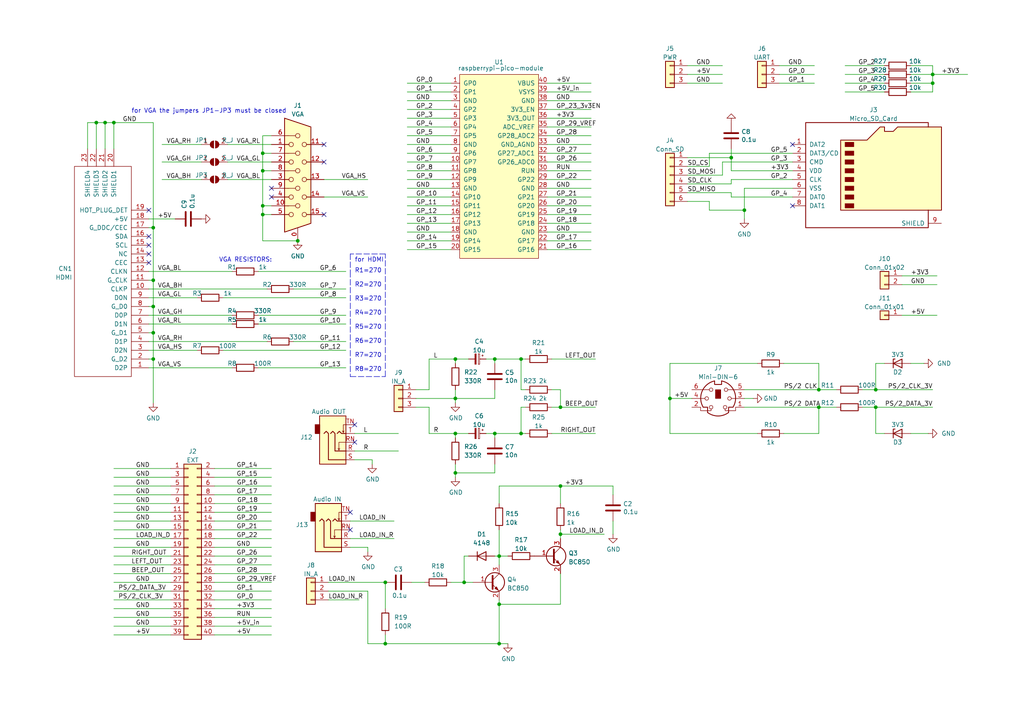
<source format=kicad_sch>
(kicad_sch (version 20211123) (generator eeschema)
  (paper "A4")
  (junction (at 254 118.11))
  (junction (at 76.2 62.23))
  (junction (at 76.2 49.53))
  (junction (at 144.78 161.29))
  (junction (at 76.2 44.45))
  (junction (at 215.9 60.96))
  (junction (at 132.08 125.73))
  (junction (at 237.49 118.11))
  (junction (at 194.31 115.57))
  (junction (at 27.94 35.56))
  (junction (at 33.02 35.56))
  (junction (at 44.45 96.52))
  (junction (at 132.08 104.14))
  (junction (at 144.78 175.26))
  (junction (at 237.49 113.03))
  (junction (at 254 113.03))
  (junction (at 44.45 66.04))
  (junction (at 151.13 104.14))
  (junction (at 270.51 21.59))
  (junction (at 76.2 59.69))
  (junction (at 212.09 45.72))
  (junction (at 132.08 115.57))
  (junction (at 111.76 186.69))
  (junction (at 270.51 24.13))
  (junction (at 30.48 35.56))
  (junction (at 111.76 168.91))
  (junction (at 162.56 154.94))
  (junction (at 44.45 88.9))
  (junction (at 44.45 81.28))
  (junction (at 86.36 69.85))
  (junction (at 134.62 168.91))
  (junction (at 143.51 104.14))
  (junction (at 143.51 125.73))
  (junction (at 144.78 186.69))
  (junction (at 151.13 125.73))
  (junction (at 162.56 140.97))
  (junction (at 162.56 118.11))
  (junction (at 44.45 104.14))
  (junction (at 132.08 137.16))
  (no_connect (at 101.6 153.67))
  (no_connect (at 101.6 148.59))
  (no_connect (at 78.74 54.61))
  (no_connect (at 78.74 57.15))
  (no_connect (at 93.98 62.23))
  (no_connect (at 93.98 46.99))
  (no_connect (at 93.98 41.91))
  (no_connect (at 43.18 73.66))
  (no_connect (at 43.18 76.2))
  (no_connect (at 43.18 60.96))
  (no_connect (at 43.18 68.58))
  (no_connect (at 43.18 71.12))
  (no_connect (at 229.87 59.69))
  (no_connect (at 229.87 41.91))
  (no_connect (at 102.87 128.27))
  (no_connect (at 102.87 123.19))
  (wire (pts (xy 162.56 154.94) (xy 175.26 154.94)))
  (wire (pts (xy 118.11 49.53) (xy 130.81 49.53)))
  (wire (pts (xy 132.08 137.16) (xy 132.08 138.43)))
  (wire (pts (xy 76.2 59.69) (xy 76.2 49.53)))
  (wire (pts (xy 270.51 26.67) (xy 264.16 26.67)))
  (wire (pts (xy 256.54 125.73) (xy 254 125.73)))
  (wire (pts (xy 74.93 91.44) (xy 100.33 91.44)))
  (wire (pts (xy 64.77 101.6) (xy 100.33 101.6)))
  (wire (pts (xy 95.25 173.99) (xy 104.14 173.99)))
  (wire (pts (xy 44.45 96.52) (xy 44.45 104.14)))
  (wire (pts (xy 199.39 58.42) (xy 205.74 58.42)))
  (wire (pts (xy 44.45 66.04) (xy 44.45 35.56)))
  (wire (pts (xy 261.62 82.55) (xy 271.78 82.55)))
  (wire (pts (xy 62.23 176.53) (xy 78.74 176.53)))
  (wire (pts (xy 85.09 99.06) (xy 100.33 99.06)))
  (wire (pts (xy 135.89 104.14) (xy 132.08 104.14)))
  (wire (pts (xy 62.23 140.97) (xy 78.74 140.97)))
  (wire (pts (xy 158.75 24.13) (xy 171.45 24.13)))
  (wire (pts (xy 160.02 125.73) (xy 172.72 125.73)))
  (wire (pts (xy 62.23 135.89) (xy 78.74 135.89)))
  (wire (pts (xy 143.51 161.29) (xy 144.78 161.29)))
  (wire (pts (xy 33.02 153.67) (xy 49.53 153.67)))
  (wire (pts (xy 118.11 72.39) (xy 130.81 72.39)))
  (wire (pts (xy 33.02 148.59) (xy 49.53 148.59)))
  (wire (pts (xy 86.36 69.85) (xy 76.2 69.85)))
  (wire (pts (xy 143.51 104.14) (xy 140.97 104.14)))
  (wire (pts (xy 106.68 171.45) (xy 106.68 186.69)))
  (wire (pts (xy 118.11 54.61) (xy 130.81 54.61)))
  (wire (pts (xy 135.89 161.29) (xy 134.62 161.29)))
  (wire (pts (xy 215.9 54.61) (xy 215.9 60.96)))
  (wire (pts (xy 158.75 46.99) (xy 171.45 46.99)))
  (wire (pts (xy 118.11 59.69) (xy 130.81 59.69)))
  (wire (pts (xy 212.09 53.34) (xy 212.09 52.07)))
  (wire (pts (xy 158.75 62.23) (xy 171.45 62.23)))
  (wire (pts (xy 212.09 55.88) (xy 199.39 55.88)))
  (wire (pts (xy 43.18 101.6) (xy 57.15 101.6)))
  (wire (pts (xy 237.49 113.03) (xy 242.57 113.03)))
  (wire (pts (xy 245.11 24.13) (xy 256.54 24.13)))
  (wire (pts (xy 151.13 104.14) (xy 152.4 104.14)))
  (wire (pts (xy 118.11 46.99) (xy 130.81 46.99)))
  (wire (pts (xy 95.25 171.45) (xy 106.68 171.45)))
  (wire (pts (xy 144.78 153.67) (xy 144.78 161.29)))
  (wire (pts (xy 44.45 35.56) (xy 33.02 35.56)))
  (wire (pts (xy 62.23 166.37) (xy 78.74 166.37)))
  (wire (pts (xy 111.76 184.15) (xy 111.76 186.69)))
  (wire (pts (xy 143.51 127) (xy 143.51 125.73)))
  (wire (pts (xy 76.2 49.53) (xy 78.74 49.53)))
  (wire (pts (xy 33.02 166.37) (xy 49.53 166.37)))
  (wire (pts (xy 62.23 146.05) (xy 78.74 146.05)))
  (wire (pts (xy 44.45 81.28) (xy 44.45 88.9)))
  (wire (pts (xy 44.45 88.9) (xy 44.45 96.52)))
  (polyline (pts (xy 111.76 73.66) (xy 101.6 73.66)))
  (wire (pts (xy 62.23 148.59) (xy 78.74 148.59)))
  (wire (pts (xy 162.56 166.37) (xy 162.56 175.26)))
  (wire (pts (xy 158.75 41.91) (xy 171.45 41.91)))
  (wire (pts (xy 162.56 118.11) (xy 160.02 118.11)))
  (wire (pts (xy 118.11 39.37) (xy 130.81 39.37)))
  (wire (pts (xy 134.62 161.29) (xy 134.62 168.91)))
  (wire (pts (xy 158.75 36.83) (xy 171.45 36.83)))
  (wire (pts (xy 118.11 67.31) (xy 130.81 67.31)))
  (wire (pts (xy 62.23 143.51) (xy 78.74 143.51)))
  (wire (pts (xy 158.75 52.07) (xy 171.45 52.07)))
  (wire (pts (xy 215.9 113.03) (xy 237.49 113.03)))
  (wire (pts (xy 66.04 41.91) (xy 78.74 41.91)))
  (wire (pts (xy 118.11 57.15) (xy 130.81 57.15)))
  (wire (pts (xy 46.99 52.07) (xy 58.42 52.07)))
  (wire (pts (xy 33.02 173.99) (xy 49.53 173.99)))
  (wire (pts (xy 33.02 179.07) (xy 49.53 179.07)))
  (wire (pts (xy 162.56 140.97) (xy 162.56 146.05)))
  (wire (pts (xy 162.56 153.67) (xy 162.56 154.94)))
  (wire (pts (xy 43.18 104.14) (xy 44.45 104.14)))
  (wire (pts (xy 254 105.41) (xy 254 113.03)))
  (wire (pts (xy 107.95 133.35) (xy 107.95 134.62)))
  (wire (pts (xy 143.51 113.03) (xy 143.51 115.57)))
  (wire (pts (xy 144.78 140.97) (xy 162.56 140.97)))
  (wire (pts (xy 102.87 130.81) (xy 115.57 130.81)))
  (wire (pts (xy 212.09 45.72) (xy 199.39 45.72)))
  (wire (pts (xy 62.23 181.61) (xy 78.74 181.61)))
  (wire (pts (xy 43.18 78.74) (xy 67.31 78.74)))
  (wire (pts (xy 101.6 158.75) (xy 106.68 158.75)))
  (wire (pts (xy 30.48 35.56) (xy 30.48 43.18)))
  (wire (pts (xy 143.51 125.73) (xy 151.13 125.73)))
  (wire (pts (xy 264.16 125.73) (xy 269.24 125.73)))
  (wire (pts (xy 33.02 35.56) (xy 33.02 43.18)))
  (wire (pts (xy 205.74 60.96) (xy 215.9 60.96)))
  (wire (pts (xy 101.6 151.13) (xy 114.3 151.13)))
  (wire (pts (xy 33.02 171.45) (xy 49.53 171.45)))
  (wire (pts (xy 118.11 62.23) (xy 130.81 62.23)))
  (wire (pts (xy 33.02 181.61) (xy 49.53 181.61)))
  (wire (pts (xy 143.51 115.57) (xy 132.08 115.57)))
  (wire (pts (xy 215.9 118.11) (xy 237.49 118.11)))
  (wire (pts (xy 33.02 135.89) (xy 49.53 135.89)))
  (wire (pts (xy 33.02 140.97) (xy 49.53 140.97)))
  (wire (pts (xy 62.23 163.83) (xy 78.74 163.83)))
  (wire (pts (xy 33.02 176.53) (xy 49.53 176.53)))
  (wire (pts (xy 118.11 52.07) (xy 130.81 52.07)))
  (wire (pts (xy 62.23 184.15) (xy 78.74 184.15)))
  (wire (pts (xy 162.56 140.97) (xy 177.8 140.97)))
  (polyline (pts (xy 101.6 73.66) (xy 101.6 78.74)))
  (wire (pts (xy 143.51 134.62) (xy 143.51 137.16)))
  (wire (pts (xy 27.94 35.56) (xy 27.94 43.18)))
  (wire (pts (xy 264.16 21.59) (xy 270.51 21.59)))
  (wire (pts (xy 106.68 158.75) (xy 106.68 160.02)))
  (wire (pts (xy 212.09 49.53) (xy 212.09 45.72)))
  (wire (pts (xy 143.51 125.73) (xy 140.97 125.73)))
  (wire (pts (xy 33.02 158.75) (xy 49.53 158.75)))
  (wire (pts (xy 64.77 86.36) (xy 100.33 86.36)))
  (wire (pts (xy 132.08 113.03) (xy 132.08 115.57)))
  (wire (pts (xy 158.75 29.21) (xy 171.45 29.21)))
  (wire (pts (xy 158.75 39.37) (xy 171.45 39.37)))
  (wire (pts (xy 74.93 106.68) (xy 100.33 106.68)))
  (wire (pts (xy 151.13 125.73) (xy 152.4 125.73)))
  (wire (pts (xy 135.89 125.73) (xy 132.08 125.73)))
  (wire (pts (xy 43.18 88.9) (xy 44.45 88.9)))
  (wire (pts (xy 43.18 99.06) (xy 77.47 99.06)))
  (wire (pts (xy 152.4 113.03) (xy 151.13 113.03)))
  (wire (pts (xy 43.18 106.68) (xy 67.31 106.68)))
  (wire (pts (xy 215.9 60.96) (xy 215.9 63.5)))
  (wire (pts (xy 33.02 146.05) (xy 49.53 146.05)))
  (wire (pts (xy 62.23 138.43) (xy 78.74 138.43)))
  (wire (pts (xy 209.55 46.99) (xy 229.87 46.99)))
  (wire (pts (xy 226.06 24.13) (xy 236.22 24.13)))
  (wire (pts (xy 205.74 44.45) (xy 229.87 44.45)))
  (wire (pts (xy 101.6 156.21) (xy 114.3 156.21)))
  (wire (pts (xy 158.75 67.31) (xy 171.45 67.31)))
  (wire (pts (xy 162.56 118.11) (xy 172.72 118.11)))
  (wire (pts (xy 264.16 24.13) (xy 270.51 24.13)))
  (wire (pts (xy 27.94 35.56) (xy 25.4 35.56)))
  (wire (pts (xy 62.23 158.75) (xy 78.74 158.75)))
  (wire (pts (xy 144.78 140.97) (xy 144.78 146.05)))
  (wire (pts (xy 132.08 125.73) (xy 124.46 125.73)))
  (wire (pts (xy 132.08 134.62) (xy 132.08 137.16)))
  (wire (pts (xy 95.25 168.91) (xy 111.76 168.91)))
  (wire (pts (xy 144.78 175.26) (xy 162.56 175.26)))
  (wire (pts (xy 43.18 83.82) (xy 77.47 83.82)))
  (wire (pts (xy 270.51 24.13) (xy 270.51 26.67)))
  (wire (pts (xy 62.23 156.21) (xy 78.74 156.21)))
  (wire (pts (xy 158.75 59.69) (xy 171.45 59.69)))
  (wire (pts (xy 143.51 137.16) (xy 132.08 137.16)))
  (wire (pts (xy 245.11 21.59) (xy 256.54 21.59)))
  (wire (pts (xy 85.09 83.82) (xy 100.33 83.82)))
  (wire (pts (xy 76.2 59.69) (xy 78.74 59.69)))
  (wire (pts (xy 118.11 69.85) (xy 130.81 69.85)))
  (wire (pts (xy 62.23 168.91) (xy 78.74 168.91)))
  (wire (pts (xy 199.39 19.05) (xy 209.55 19.05)))
  (wire (pts (xy 43.18 93.98) (xy 67.31 93.98)))
  (wire (pts (xy 33.02 168.91) (xy 49.53 168.91)))
  (wire (pts (xy 227.33 105.41) (xy 237.49 105.41)))
  (wire (pts (xy 43.18 96.52) (xy 44.45 96.52)))
  (wire (pts (xy 194.31 125.73) (xy 194.31 115.57)))
  (wire (pts (xy 144.78 186.69) (xy 147.32 186.69)))
  (wire (pts (xy 43.18 86.36) (xy 57.15 86.36)))
  (wire (pts (xy 237.49 125.73) (xy 237.49 118.11)))
  (wire (pts (xy 33.02 163.83) (xy 49.53 163.83)))
  (wire (pts (xy 254 118.11) (xy 270.51 118.11)))
  (wire (pts (xy 43.18 91.44) (xy 67.31 91.44)))
  (wire (pts (xy 43.18 66.04) (xy 44.45 66.04)))
  (wire (pts (xy 132.08 104.14) (xy 132.08 105.41)))
  (wire (pts (xy 33.02 156.21) (xy 49.53 156.21)))
  (wire (pts (xy 74.93 93.98) (xy 100.33 93.98)))
  (wire (pts (xy 199.39 48.26) (xy 205.74 48.26)))
  (wire (pts (xy 102.87 125.73) (xy 115.57 125.73)))
  (wire (pts (xy 130.81 168.91) (xy 134.62 168.91)))
  (wire (pts (xy 93.98 57.15) (xy 106.68 57.15)))
  (wire (pts (xy 44.45 81.28) (xy 44.45 66.04)))
  (wire (pts (xy 111.76 186.69) (xy 144.78 186.69)))
  (wire (pts (xy 62.23 179.07) (xy 78.74 179.07)))
  (wire (pts (xy 151.13 118.11) (xy 151.13 125.73)))
  (wire (pts (xy 143.51 104.14) (xy 151.13 104.14)))
  (wire (pts (xy 158.75 72.39) (xy 171.45 72.39)))
  (wire (pts (xy 144.78 161.29) (xy 144.78 163.83)))
  (wire (pts (xy 33.02 143.51) (xy 49.53 143.51)))
  (wire (pts (xy 219.71 105.41) (xy 194.31 105.41)))
  (wire (pts (xy 158.75 57.15) (xy 171.45 57.15)))
  (wire (pts (xy 143.51 105.41) (xy 143.51 104.14)))
  (wire (pts (xy 93.98 52.07) (xy 106.68 52.07)))
  (wire (pts (xy 205.74 48.26) (xy 205.74 44.45)))
  (wire (pts (xy 245.11 26.67) (xy 256.54 26.67)))
  (wire (pts (xy 76.2 49.53) (xy 76.2 44.45)))
  (wire (pts (xy 76.2 44.45) (xy 76.2 39.37)))
  (wire (pts (xy 66.04 52.07) (xy 78.74 52.07)))
  (wire (pts (xy 62.23 173.99) (xy 78.74 173.99)))
  (wire (pts (xy 194.31 115.57) (xy 200.66 115.57)))
  (wire (pts (xy 158.75 31.75) (xy 171.45 31.75)))
  (wire (pts (xy 264.16 105.41) (xy 267.97 105.41)))
  (wire (pts (xy 160.02 104.14) (xy 172.72 104.14)))
  (wire (pts (xy 254 118.11) (xy 250.19 118.11)))
  (wire (pts (xy 33.02 161.29) (xy 49.53 161.29)))
  (wire (pts (xy 118.11 44.45) (xy 130.81 44.45)))
  (wire (pts (xy 43.18 63.5) (xy 50.8 63.5)))
  (wire (pts (xy 118.11 36.83) (xy 130.81 36.83)))
  (wire (pts (xy 212.09 57.15) (xy 229.87 57.15)))
  (polyline (pts (xy 101.6 78.74) (xy 101.6 109.22)))
  (wire (pts (xy 124.46 125.73) (xy 124.46 118.11)))
  (wire (pts (xy 46.99 46.99) (xy 58.42 46.99)))
  (wire (pts (xy 158.75 26.67) (xy 171.45 26.67)))
  (wire (pts (xy 111.76 168.91) (xy 111.76 176.53)))
  (wire (pts (xy 177.8 140.97) (xy 177.8 143.51)))
  (wire (pts (xy 151.13 104.14) (xy 151.13 113.03)))
  (wire (pts (xy 254 113.03) (xy 270.51 113.03)))
  (wire (pts (xy 199.39 50.8) (xy 209.55 50.8)))
  (wire (pts (xy 132.08 125.73) (xy 132.08 127)))
  (wire (pts (xy 118.11 29.21) (xy 130.81 29.21)))
  (wire (pts (xy 76.2 39.37) (xy 78.74 39.37)))
  (wire (pts (xy 74.93 78.74) (xy 100.33 78.74)))
  (wire (pts (xy 254 125.73) (xy 254 118.11)))
  (wire (pts (xy 102.87 133.35) (xy 107.95 133.35)))
  (wire (pts (xy 118.11 26.67) (xy 130.81 26.67)))
  (wire (pts (xy 256.54 105.41) (xy 254 105.41)))
  (wire (pts (xy 199.39 24.13) (xy 209.55 24.13)))
  (wire (pts (xy 264.16 19.05) (xy 270.51 19.05)))
  (wire (pts (xy 261.62 91.44) (xy 271.78 91.44)))
  (wire (pts (xy 124.46 118.11) (xy 120.65 118.11)))
  (wire (pts (xy 219.71 125.73) (xy 194.31 125.73)))
  (wire (pts (xy 212.09 52.07) (xy 229.87 52.07)))
  (wire (pts (xy 237.49 118.11) (xy 242.57 118.11)))
  (wire (pts (xy 158.75 49.53) (xy 171.45 49.53)))
  (wire (pts (xy 158.75 34.29) (xy 171.45 34.29)))
  (wire (pts (xy 62.23 151.13) (xy 78.74 151.13)))
  (wire (pts (xy 199.39 21.59) (xy 209.55 21.59)))
  (wire (pts (xy 227.33 125.73) (xy 237.49 125.73)))
  (wire (pts (xy 162.56 113.03) (xy 162.56 118.11)))
  (wire (pts (xy 62.23 161.29) (xy 78.74 161.29)))
  (wire (pts (xy 134.62 168.91) (xy 137.16 168.91)))
  (wire (pts (xy 158.75 44.45) (xy 171.45 44.45)))
  (wire (pts (xy 245.11 19.05) (xy 256.54 19.05)))
  (wire (pts (xy 132.08 115.57) (xy 132.08 116.84)))
  (wire (pts (xy 144.78 175.26) (xy 144.78 186.69)))
  (wire (pts (xy 152.4 118.11) (xy 151.13 118.11)))
  (wire (pts (xy 66.04 46.99) (xy 78.74 46.99)))
  (wire (pts (xy 124.46 113.03) (xy 124.46 104.14)))
  (wire (pts (xy 226.06 21.59) (xy 236.22 21.59)))
  (wire (pts (xy 144.78 161.29) (xy 147.32 161.29)))
  (wire (pts (xy 212.09 49.53) (xy 229.87 49.53)))
  (wire (pts (xy 33.02 184.15) (xy 49.53 184.15)))
  (polyline (pts (xy 101.6 109.22) (xy 111.76 109.22)))
  (wire (pts (xy 158.75 54.61) (xy 171.45 54.61)))
  (wire (pts (xy 212.09 57.15) (xy 212.09 55.88)))
  (wire (pts (xy 118.11 41.91) (xy 130.81 41.91)))
  (wire (pts (xy 209.55 50.8) (xy 209.55 46.99)))
  (wire (pts (xy 33.02 35.56) (xy 30.48 35.56)))
  (wire (pts (xy 158.75 64.77) (xy 171.45 64.77)))
  (wire (pts (xy 33.02 151.13) (xy 49.53 151.13)))
  (wire (pts (xy 199.39 53.34) (xy 212.09 53.34)))
  (wire (pts (xy 144.78 173.99) (xy 144.78 175.26)))
  (wire (pts (xy 270.51 19.05) (xy 270.51 21.59)))
  (wire (pts (xy 25.4 35.56) (xy 25.4 43.18)))
  (wire (pts (xy 76.2 69.85) (xy 76.2 62.23)))
  (wire (pts (xy 215.9 115.57) (xy 218.44 115.57)))
  (wire (pts (xy 237.49 105.41) (xy 237.49 113.03)))
  (wire (pts (xy 215.9 54.61) (xy 229.87 54.61)))
  (wire (pts (xy 62.23 153.67) (xy 78.74 153.67)))
  (wire (pts (xy 162.56 154.94) (xy 162.56 156.21)))
  (wire (pts (xy 120.65 115.57) (xy 132.08 115.57)))
  (wire (pts (xy 226.06 19.05) (xy 236.22 19.05)))
  (wire (pts (xy 118.11 31.75) (xy 130.81 31.75)))
  (wire (pts (xy 212.09 43.18) (xy 212.09 45.72)))
  (wire (pts (xy 44.45 104.14) (xy 44.45 116.84)))
  (wire (pts (xy 194.31 105.41) (xy 194.31 115.57)))
  (wire (pts (xy 76.2 62.23) (xy 76.2 59.69)))
  (wire (pts (xy 43.18 81.28) (xy 44.45 81.28)))
  (polyline (pts (xy 111.76 109.22) (xy 111.76 73.66)))
  (wire (pts (xy 124.46 104.14) (xy 132.08 104.14)))
  (wire (pts (xy 118.11 24.13) (xy 130.81 24.13)))
  (wire (pts (xy 270.51 21.59) (xy 270.51 24.13)))
  (wire (pts (xy 158.75 69.85) (xy 171.45 69.85)))
  (wire (pts (xy 205.74 58.42) (xy 205.74 60.96)))
  (wire (pts (xy 30.48 35.56) (xy 27.94 35.56)))
  (wire (pts (xy 119.38 168.91) (xy 123.19 168.91)))
  (wire (pts (xy 261.62 80.01) (xy 271.78 80.01)))
  (wire (pts (xy 270.51 21.59) (xy 280.67 21.59)))
  (wire (pts (xy 62.23 171.45) (xy 78.74 171.45)))
  (wire (pts (xy 177.8 151.13) (xy 177.8 154.94)))
  (wire (pts (xy 120.65 113.03) (xy 124.46 113.03)))
  (wire (pts (xy 76.2 44.45) (xy 78.74 44.45)))
  (wire (pts (xy 118.11 34.29) (xy 130.81 34.29)))
  (wire (pts (xy 254 113.03) (xy 250.19 113.03)))
  (wire (pts (xy 160.02 113.03) (xy 162.56 113.03)))
  (wire (pts (xy 118.11 64.77) (xy 130.81 64.77)))
  (wire (pts (xy 33.02 138.43) (xy 49.53 138.43)))
  (wire (pts (xy 106.68 186.69) (xy 111.76 186.69)))
  (wire (pts (xy 76.2 62.23) (xy 78.74 62.23)))
  (wire (pts (xy 46.99 41.91) (xy 58.42 41.91)))
  (text "for VGA the jumpers JP1-JP3 must be closed" (at 38.1 33.02 0) (effects (font (size 1.27 1.27)) (justify left bottom)))
  (text "VGA RESISTORS:" (at 63.5 76.2 0) (effects (font (size 1.27 1.27)) (justify left bottom)))
  (text "for HDMI" (at 102.87 76.2 0) (effects (font (size 1.27 1.27)) (justify left bottom)))
  (text "R1=270\n\nR2=270\n\nR3=270\n\nR4=270\n\nR5=270\n\nR6=270\n\nR7=270\n\nR8=270\n" (at 102.87 107.95 0) (effects (font (size 1.27 1.27)) (justify left bottom)))
  (label "R" (at 105.41 130.81 0))
  (label "GND" (at 228.6 19.05 0))
  (label "GP_20" (at 161.29 59.69 0))
  (label "GND" (at 39.37 138.43 0))
  (label "LEFT_OUT" (at 38.1 163.83 0))
  (label "GP_3" (at 248.92 21.59 0))
  (label "+5V_in" (at 161.29 26.67 0))
  (label "GP_22" (at 161.29 52.07 0))
  (label "GP_0" (at 68.585 173.99 0))
  (label "+5V" (at 39.37 184.15 0))
  (label "VGA_HS" (at 45.72 101.6 0))
  (label "LOAD_IN_D" (at 165.1 154.94 0))
  (label "GP_22" (at 68.58 156.21 0))
  (label "+5V" (at 201.93 21.59 0))
  (label "GP_13" (at 92.71 106.68 0))
  (label "GP_7" (at 120.65 46.99 0))
  (label "+3V3" (at 273.05 21.59 0))
  (label "RUN" (at 68.58 179.07 0))
  (label "GND" (at 39.37 143.51 0))
  (label "PS{slash}2_DATA_3V" (at 270.51 118.11 180))
  (label "GP_28" (at 161.29 39.37 0))
  (label "RIGHT_OUT" (at 38.1 161.29 0))
  (label "GP_12" (at 92.71 101.6 0))
  (label "GP_13" (at 120.65 64.77 0))
  (label "GND" (at 39.37 153.67 0))
  (label "GP_2" (at 120.65 31.75 0))
  (label "SD_MISO" (at 199.39 55.88 0))
  (label "+5V" (at 161.29 24.13 0))
  (label "GND" (at 39.37 151.13 0))
  (label "GP_17" (at 161.29 69.85 0))
  (label "GND" (at 68.58 158.75 0))
  (label "LOAD_IN" (at 104.14 151.13 0))
  (label "GP_29_VREF" (at 68.58 168.91 0))
  (label "GP_0" (at 228.6 21.59 0))
  (label "GP_9" (at 120.65 52.07 0))
  (label "GP_14" (at 120.65 69.85 0))
  (label "GP_8" (at 120.65 49.53 0))
  (label "GP_1" (at 228.6 24.13 0))
  (label "GP_23_3v3EN" (at 161.29 31.75 0))
  (label "GND" (at 120.65 29.21 0))
  (label "VGA_GL" (at 45.72 86.36 0))
  (label "GP_27" (at 161.29 44.45 0))
  (label "GP_9" (at 92.71 91.44 0))
  (label "GP_11" (at 92.71 99.06 0))
  (label "+5V" (at 45.72 63.5 0))
  (label "GP_5" (at 120.65 39.37 0))
  (label "GND" (at 161.29 29.21 0))
  (label "GP_19" (at 161.29 62.23 0))
  (label "GND" (at 39.37 158.75 0))
  (label "VGA_VS" (at 45.72 106.68 0))
  (label "GND" (at 161.29 41.91 0))
  (label "+3V3" (at 68.58 176.53 0))
  (label "GND" (at 39.37 176.53 0))
  (label "VGA_RH" (at 45.72 99.06 0))
  (label "PS{slash}2 DATA" (at 227.33 118.11 0))
  (label "+3V3" (at 163.83 140.97 0))
  (label "GND" (at 39.37 168.91 0))
  (label "GND" (at 35.56 35.56 0))
  (label "VGA_VS" (at 99.06 57.15 0))
  (label "GP_1" (at 120.65 26.67 0))
  (label "SD_CLK" (at 199.39 53.34 0))
  (label "+3V3" (at 161.29 34.29 0))
  (label "VGA_GH" (at 45.72 91.44 0))
  (label "GP_29_VREF" (at 161.29 36.83 0))
  (label "LEFT_OUT" (at 163.83 104.14 0))
  (label "GP_14" (at 68.58 135.89 0))
  (label "GP_0" (at 120.65 24.13 0))
  (label "L" (at 105.41 125.73 0))
  (label "GP_15" (at 68.58 138.43 0))
  (label "GP_21" (at 68.58 153.67 0))
  (label "GND" (at 161.29 54.61 0))
  (label "LOAD_IN_R" (at 95.25 173.99 0))
  (label "GP_12" (at 120.65 62.23 0))
  (label "LOAD_IN" (at 95.25 168.91 0))
  (label "GP_18" (at 161.29 64.77 0))
  (label "GP_6" (at 120.65 44.45 0))
  (label "GND" (at 39.37 140.97 0))
  (label "GP_6" (at 92.71 78.74 0))
  (label "GP_27" (at 68.58 163.83 0))
  (label "GP_5" (at 248.92 26.67 0))
  (label "GP_21" (at 161.29 57.15 0))
  (label "VGA_BH" (at 48.26 52.07 0))
  (label "VGA_RH" (at 48.26 41.91 0))
  (label "PS{slash}2_DATA_3V" (at 34.29 171.45 0))
  (label "GP_2" (at 223.52 52.07 0))
  (label "GND" (at 161.29 67.31 0))
  (label "VGA_GH" (at 48.26 46.99 0))
  (label "VGA_BH" (at 45.72 83.82 0))
  (label "GND" (at 120.65 41.91 0))
  (label "GP_10" (at 120.65 57.15 0))
  (label "VGA_BL" (at 68.58 52.07 0))
  (label "LOAD_IN_R" (at 104.14 156.21 0))
  (label "GP_26" (at 68.58 161.29 0))
  (label "VGA_RL" (at 68.58 41.91 0))
  (label "GND" (at 120.65 54.61 0))
  (label "GND" (at 120.65 67.31 0))
  (label "+5V_in" (at 68.58 181.61 0))
  (label "GP_8" (at 92.71 86.36 0))
  (label "GP_5" (at 223.52 44.45 0))
  (label "L" (at 125.73 104.14 0))
  (label "RIGHT_OUT" (at 162.56 125.73 0))
  (label "GND" (at 39.37 181.61 0))
  (label "GP_4" (at 223.52 57.15 0))
  (label "+5V" (at 195.58 115.57 0))
  (label "GND" (at 39.37 146.05 0))
  (label "GP_2" (at 248.92 19.05 0))
  (label "GP_17" (at 68.58 143.51 0))
  (label "GND" (at 39.37 179.07 0))
  (label "GP_19" (at 68.58 148.59 0))
  (label "GND" (at 201.93 24.13 0))
  (label "GND" (at 39.37 148.59 0))
  (label "GP_3" (at 223.52 46.99 0))
  (label "RUN" (at 161.29 49.53 0))
  (label "GND" (at 39.37 135.89 0))
  (label "PS{slash}2_CLK_3V" (at 270.51 113.03 180))
  (label "GP_3" (at 120.65 34.29 0))
  (label "GP_26" (at 161.29 46.99 0))
  (label "+5V" (at 264.16 91.44 0))
  (label "GP_4" (at 120.65 36.83 0))
  (label "GP_16" (at 161.29 72.39 0))
  (label "GP_11" (at 120.65 59.69 0))
  (label "GP_18" (at 68.7228 146.05 0))
  (label "R" (at 125.73 125.73 0))
  (label "SD_CS" (at 199.39 48.26 0))
  (label "GP_20" (at 68.5648 151.13 0))
  (label "VGA_GL" (at 68.58 46.99 0))
  (label "BEEP_OUT" (at 38.1 166.37 0))
  (label "GND" (at 264.16 82.55 0))
  (label "VGA_RL" (at 45.72 93.98 0))
  (label "+3V3" (at 264.16 80.01 0))
  (label "LOAD_IN_D" (at 39.37 156.21 0))
  (label "GP_10" (at 92.71 93.98 0))
  (label "+3V3" (at 223.52 49.53 0))
  (label "BEEP_OUT" (at 163.83 118.11 0))
  (label "VGA_HS" (at 99.06 52.07 0))
  (label "PS{slash}2 CLK" (at 227.33 113.03 0))
  (label "GP_16" (at 68.6438 140.97 0))
  (label "GP_1" (at 68.58 171.45 0))
  (label "GP_28" (at 68.58 166.37 0))
  (label "GP_4" (at 248.92 24.13 0))
  (label "GND" (at 201.93 19.05 0))
  (label "GP_7" (at 92.71 83.82 0))
  (label "SD_MOSI" (at 199.39 50.8 0))
  (label "VGA_BL" (at 45.72 78.74 0))
  (label "+5V" (at 68.58 184.15 0))
  (label "GP_15" (at 120.65 72.39 0))
  (label "PS{slash}2_CLK_3V" (at 34.29 173.99 0))
  (symbol (lib_id "Connector:AudioJack3_SwitchTR") (at 96.52 156.21 0) (mirror x) (unit 1)
    (property "Reference" "J13" (at 89.4081 152.2003 0) (effects (justify right)))
    (property "Value" "Audio IN" (at 99.06 144.78 0) (effects (justify right)))
    (property "Footprint" "Connector_Audio:Jack_3.5mm_CUI_SJ1-3535NG_Horizontal" (effects hide))
  )
  (symbol (lib_id "Device:C") (at 143.51 109.22 0) (unit 1)
    (property "Reference" "C5" (at 146.431 108.0516 0) (effects (justify left)))
    (property "Value" "10n" (at 146.431 110.363 0) (effects (justify left)))
    (property "Footprint" "LIBS:R_0805_PLUS" (effects hide))
  )
  (symbol (lib_id "Device:R") (at 156.21 118.11 90) (unit 1)
    (property "Reference" "R24" (at 153.67 115.57 90))
    (property "Value" "2k" (at 157.48 115.57 90))
    (property "Footprint" "LIBS:R_0805_PLUS" (effects hide))
  )
  (symbol (lib_id "Device:D") (at 139.7 161.29 0) (unit 1)
    (property "Reference" "D1" (at 139.7 154.94 0))
    (property "Value" "4148" (at 139.7 157.48 0))
    (property "Footprint" "LIBS:R_0805_PLUS" (effects hide))
  )
  (symbol (lib_id "Connector_Generic:Conn_01x03") (at 115.57 115.57 0) (mirror y) (unit 1)
    (property "Reference" "J9" (at 115.57 108.0602 0))
    (property "Value" "IN_A" (at 115.57 110.5971 0))
    (property "Footprint" "Connector_PinHeader_2.54mm:PinHeader_1x03_P2.54mm_Vertical" (effects hide))
  )
  (symbol (lib_id "power:GND") (at 58.42 63.5 90) (unit 1)
    (property "Reference" "#PWR0104" (effects hide))
    (property "Value" "GND" (effects hide))
  )
  (symbol (lib_id "Device:R") (at 151.13 161.29 90) (unit 1)
    (property "Reference" "R17" (at 151.13 156.5742 90))
    (property "Value" "10k" (at 151.13 159.1111 90))
    (property "Footprint" "Resistor_SMD:R_0805_2012Metric" (effects hide))
  )
  (symbol (lib_id "Device:R") (at 144.78 149.86 0) (unit 1)
    (property "Reference" "R15" (at 146.558 149.0253 0) (effects (justify left)))
    (property "Value" "10k" (at 146.558 151.5622 0) (effects (justify left)))
    (property "Footprint" "LIBS:R_0805_PLUS" (effects hide))
  )
  (symbol (lib_id "Transistor_BJT:BC850") (at 160.02 161.29 0) (unit 1)
    (property "Reference" "Q3" (at 164.8714 160.4553 0) (effects (justify left)))
    (property "Value" "BC850" (at 164.8714 162.9922 0) (effects (justify left)))
    (property "Footprint" "LIBS:SOT-23_PLUS" (effects hide))
    (property "Datasheet" "http://www.infineon.com/dgdl/Infineon-BC847SERIES_BC848SERIES_BC849SERIES_BC850SERIES-DS-v01_01-en.pdf?fileId=db3a304314dca389011541d4630a1657" (effects hide))
  )
  (symbol (lib_id "power:GND") (at 267.97 105.41 90) (unit 1)
    (property "Reference" "#PWR0106" (effects hide))
    (property "Value" "GND" (at 271.78 105.4099 90) (effects (justify right)))
  )
  (symbol (lib_id "Device:R") (at 71.12 93.98 90) (unit 1)
    (property "Reference" "R5" (at 67.31 92.71 90))
    (property "Value" "1k" (at 76.2 92.71 90))
    (property "Footprint" "LIBS:R_0805_PLUS" (effects hide))
  )
  (symbol (lib_id "Device:R") (at 260.35 19.05 90) (unit 1)
    (property "Reference" "R27" (at 255.27 17.78 90))
    (property "Value" "10k" (at 265.43 17.78 90))
    (property "Footprint" "Resistor_SMD:R_0805_2012Metric_Pad1.20x1.40mm_HandSolder" (effects hide))
  )
  (symbol (lib_id "Device:C") (at 177.8 147.32 0) (unit 1)
    (property "Reference" "C2" (at 180.721 146.1516 0) (effects (justify left)))
    (property "Value" "0.1u" (at 180.721 148.463 0) (effects (justify left)))
    (property "Footprint" "LIBS:R_0805_PLUS" (effects hide))
  )
  (symbol (lib_id "kiwikit-rpi-pico-rescue:raspberrypi-pico-module-kiwih_kicad") (at 144.78 48.26 0) (unit 1)
    (property "Reference" "U1" (at 144.78 18.0172 0))
    (property "Value" "raspberrypi-pico-module" (at 145.2652 19.7625 0))
    (property "Footprint" "LIBS:Raspberry_Pi_Pico_SMT_THT_MOD_2" (effects hide))
  )
  (symbol (lib_id "Connector:Mini-DIN-6") (at 208.28 115.57 0) (unit 1)
    (property "Reference" "J7" (at 208.2977 106.7902 0))
    (property "Value" "Mini-DIN-6" (at 208.2977 109.3271 0))
    (property "Footprint" "LIBS:Connector_Mini-DIN_Female_6Pin_2rows" (effects hide))
    (property "Datasheet" "http://service.powerdynamics.com/ec/Catalog17/Section%2011.pdf" (effects hide))
  )
  (symbol (lib_id "Device:C") (at 212.09 39.37 0) (unit 1)
    (property "Reference" "C8" (at 215.011 38.2016 0) (effects (justify left)))
    (property "Value" "0.1u" (at 215.011 40.513 0) (effects (justify left)))
    (property "Footprint" "LIBS:R_0805_PLUS" (effects hide))
  )
  (symbol (lib_id "Device:R") (at 71.12 106.68 90) (unit 1)
    (property "Reference" "R8" (at 67.31 105.41 90))
    (property "Value" "100R" (at 76.2 105.41 90))
    (property "Footprint" "LIBS:R_0805_PLUS" (effects hide))
  )
  (symbol (lib_id "Device:R") (at 60.96 101.6 90) (unit 1)
    (property "Reference" "R7" (at 57.15 100.33 90))
    (property "Value" "100R" (at 66.04 100.33 90))
    (property "Footprint" "LIBS:R_0805_PLUS" (effects hide))
  )
  (symbol (lib_id "Device:R") (at 71.12 78.74 90) (unit 1)
    (property "Reference" "R1" (at 67.31 77.47 90))
    (property "Value" "1k" (at 76.2 77.47 90))
    (property "Footprint" "LIBS:R_0805_PLUS" (effects hide))
  )
  (symbol (lib_id "Device:C_Polarized_Small") (at 138.43 104.14 270) (unit 1)
    (property "Reference" "C4" (at 138.9761 99.0432 90))
    (property "Value" "10u" (at 138.9761 101.5801 90))
    (property "Footprint" "Capacitor_THT:CP_Radial_D5.0mm_P2.50mm" (effects hide))
  )
  (symbol (lib_id "power:GND") (at 44.45 116.84 0) (unit 1)
    (property "Reference" "#PWR02" (effects hide))
    (property "Value" "GND" (at 44.45 121.2834 0))
  )
  (symbol (lib_id "power:GND") (at 106.68 160.02 0) (unit 1)
    (property "Reference" "#PWR08" (effects hide))
    (property "Value" "GND" (at 106.807 164.4142 0))
  )
  (symbol (lib_id "Device:R") (at 81.28 99.06 90) (unit 1)
    (property "Reference" "R6" (at 77.47 97.79 90))
    (property "Value" "330R" (at 86.36 97.79 90))
    (property "Footprint" "LIBS:R_0805_PLUS" (effects hide))
  )
  (symbol (lib_id "Connector_Generic:Conn_01x06") (at 194.31 50.8 0) (mirror y) (unit 1)
    (property "Reference" "J4" (at 194.31 40.7502 0))
    (property "Value" "Conn_SD" (at 194.31 43.2871 0))
    (property "Footprint" "Connector_PinSocket_2.54mm:PinSocket_1x06_P2.54mm_Vertical" (effects hide))
  )
  (symbol (lib_id "Device:R") (at 132.08 130.81 0) (unit 1)
    (property "Reference" "R26" (at 134.62 129.5399 0) (effects (justify left)))
    (property "Value" "330R" (at 134.62 132.0799 0) (effects (justify left)))
    (property "Footprint" "LIBS:R_0805_PLUS" (effects hide))
  )
  (symbol (lib_id "power:GND") (at 212.09 35.56 180) (unit 1)
    (property "Reference" "#PWR0105" (effects hide))
    (property "Value" "GND" (effects hide))
  )
  (symbol (lib_id "Device:C") (at 115.57 168.91 90) (unit 1)
    (property "Reference" "C3" (at 116.84 165.1 90) (effects (justify left)))
    (property "Value" "0.1u" (at 118.11 172.72 90) (effects (justify left)))
    (property "Footprint" "LIBS:R_0805_PLUS" (effects hide))
  )
  (symbol (lib_id "Device:R") (at 127 168.91 90) (unit 1)
    (property "Reference" "R18" (at 127 164.1942 90))
    (property "Value" "10k" (at 127 166.7311 90))
    (property "Footprint" "LIBS:R_0805_PLUS" (effects hide))
  )
  (symbol (lib_id "Connector_Generic:Conn_01x03") (at 220.98 21.59 0) (mirror y) (unit 1)
    (property "Reference" "J6" (at 220.98 14.0802 0))
    (property "Value" "UART" (at 220.98 16.6171 0))
    (property "Footprint" "Connector_PinHeader_2.54mm:PinHeader_1x03_P2.54mm_Vertical" (effects hide))
  )
  (symbol (lib_id "Device:R") (at 60.96 86.36 90) (unit 1)
    (property "Reference" "R3" (at 57.15 85.09 90))
    (property "Value" "1k" (at 66.04 85.09 90))
    (property "Footprint" "LIBS:R_0805_PLUS" (effects hide))
  )
  (symbol (lib_id "Device:R") (at 223.52 125.73 90) (unit 1)
    (property "Reference" "R10" (at 223.52 123.19 90))
    (property "Value" "1k" (at 223.52 128.27 90))
    (property "Footprint" "LIBS:R_0805_PLUS" (effects hide))
  )
  (symbol (lib_id "Jumper:SolderJumper_2_Open") (at 62.23 41.91 0) (unit 1)
    (property "Reference" "JP1" (at 58.42 40.64 0))
    (property "Value" "R_J" (at 66.04 40.64 0))
    (property "Footprint" "Jumper:SolderJumper-2_P1.3mm_Open_RoundedPad1.0x1.5mm" (effects hide))
  )
  (symbol (lib_id "Device:R") (at 156.21 113.03 90) (unit 1)
    (property "Reference" "R23" (at 153.67 110.49 90))
    (property "Value" "2k" (at 157.48 110.49 90))
    (property "Footprint" "LIBS:R_0805_PLUS" (effects hide))
  )
  (symbol (lib_id "Device:R") (at 260.35 24.13 90) (unit 1)
    (property "Reference" "R29" (at 255.27 22.86 90))
    (property "Value" "10k" (at 265.43 22.86 90))
    (property "Footprint" "Resistor_SMD:R_0805_2012Metric_Pad1.20x1.40mm_HandSolder" (effects hide))
  )
  (symbol (lib_id "Device:R") (at 162.56 149.86 0) (unit 1)
    (property "Reference" "R16" (at 164.338 149.0253 0) (effects (justify left)))
    (property "Value" "1k" (at 164.338 151.5622 0) (effects (justify left)))
    (property "Footprint" "LIBS:R_0805_PLUS" (effects hide))
  )
  (symbol (lib_id "Device:C_Polarized_Small") (at 138.43 125.73 270) (unit 1)
    (property "Reference" "C6" (at 138.9761 120.6332 90))
    (property "Value" "10u" (at 138.9761 123.1701 90))
    (property "Footprint" "Capacitor_THT:CP_Radial_D5.0mm_P2.50mm" (effects hide))
  )
  (symbol (lib_id "power:GND") (at 177.8 154.94 0) (unit 1)
    (property "Reference" "#PWR05" (effects hide))
    (property "Value" "GND" (at 177.927 159.3342 0))
  )
  (symbol (lib_id "power:GND") (at 215.9 63.5 0) (unit 1)
    (property "Reference" "#PWR0101" (effects hide))
    (property "Value" "GND" (at 215.9 67.9434 0))
  )
  (symbol (lib_id "Device:C") (at 54.61 63.5 90) (unit 1)
    (property "Reference" "C9" (at 53.4416 60.579 0) (effects (justify left)))
    (property "Value" "0.1u" (at 55.753 60.579 0) (effects (justify left)))
    (property "Footprint" "LIBS:R_0805_PLUS" (effects hide))
  )
  (symbol (lib_id "Device:R") (at 260.35 21.59 90) (unit 1)
    (property "Reference" "R28" (at 255.27 20.32 90))
    (property "Value" "10k" (at 265.43 20.32 90))
    (property "Footprint" "Resistor_SMD:R_0805_2012Metric_Pad1.20x1.40mm_HandSolder" (effects hide))
  )
  (symbol (lib_id "Device:R") (at 81.28 83.82 90) (unit 1)
    (property "Reference" "R2" (at 77.47 82.55 90))
    (property "Value" "330R" (at 86.36 82.55 90))
    (property "Footprint" "LIBS:R_0805_PLUS" (effects hide))
  )
  (symbol (lib_id "Device:R") (at 111.76 180.34 0) (unit 1)
    (property "Reference" "R19" (at 114.3 179.0699 0) (effects (justify left)))
    (property "Value" "100R" (at 114.3 181.6099 0) (effects (justify left)))
    (property "Footprint" "LIBS:R_0805_PLUS" (effects hide))
  )
  (symbol (lib_id "Device:R") (at 260.35 26.67 90) (unit 1)
    (property "Reference" "R30" (at 255.27 25.4 90))
    (property "Value" "10k" (at 265.43 25.4 90))
    (property "Footprint" "Resistor_SMD:R_0805_2012Metric_Pad1.20x1.40mm_HandSolder" (effects hide))
  )
  (symbol (lib_id "Device:D_Zener") (at 260.35 105.41 0) (unit 1)
    (property "Reference" "D2" (at 260.35 107.95 0))
    (property "Value" "3V3" (at 260.35 102.87 0))
    (property "Footprint" "Diode_SMD:D_1206_3216Metric" (effects hide))
  )
  (symbol (lib_id "Device:R") (at 132.08 109.22 0) (unit 1)
    (property "Reference" "R22" (at 134.62 107.9499 0) (effects (justify left)))
    (property "Value" "330R" (at 134.62 110.4899 0) (effects (justify left)))
    (property "Footprint" "LIBS:R_0805_PLUS" (effects hide))
  )
  (symbol (lib_id "power:GND") (at 132.08 138.43 0) (unit 1)
    (property "Reference" "#PWR0102" (effects hide))
    (property "Value" "GND" (at 132.207 142.8242 0))
  )
  (symbol (lib_id "Connector_Generic:Conn_02x20_Odd_Even") (at 54.61 158.75 0) (unit 1)
    (property "Reference" "J2" (at 55.88 130.9202 0))
    (property "Value" "EXT" (at 55.88 133.4571 0))
    (property "Footprint" "Connector_PinHeader_2.54mm:PinHeader_2x20_P2.54mm_Vertical" (effects hide))
  )
  (symbol (lib_id "Device:C") (at 143.51 130.81 0) (unit 1)
    (property "Reference" "C7" (at 146.431 129.6416 0) (effects (justify left)))
    (property "Value" "10n" (at 146.431 131.953 0) (effects (justify left)))
    (property "Footprint" "LIBS:R_0805_PLUS" (effects hide))
  )
  (symbol (lib_id "Connector_Generic:Conn_01x02") (at 256.54 80.01 0) (mirror y) (unit 1)
    (property "Reference" "J10" (at 256.54 75.0402 0))
    (property "Value" "Conn_01x02" (at 256.54 77.5771 0))
    (property "Footprint" "Connector_PinHeader_2.54mm:PinHeader_1x02_P2.54mm_Vertical" (effects hide))
  )
  (symbol (lib_id "Device:R") (at 246.38 113.03 90) (unit 1)
    (property "Reference" "R11" (at 240.03 111.76 90))
    (property "Value" "100R" (at 251.46 111.76 90))
    (property "Footprint" "LIBS:R_0805_PLUS" (effects hide))
  )
  (symbol (lib_id "Jumper:SolderJumper_2_Open") (at 62.23 46.99 0) (unit 1)
    (property "Reference" "JP2" (at 58.42 45.72 0))
    (property "Value" "G_J" (at 66.04 45.72 0))
    (property "Footprint" "Jumper:SolderJumper-2_P1.3mm_Open_RoundedPad1.0x1.5mm" (effects hide))
  )
  (symbol (lib_id "Connector:DB15_Female_HighDensity_MountingHoles") (at 86.36 52.07 0) (unit 1)
    (property "Reference" "J1" (at 86.36 30.5902 0))
    (property "Value" "VGA" (at 86.36 33.1271 0))
    (property "Footprint" "Connector_Dsub:DSUB-15-HD_Female_Horizontal_P2.29x1.98mm_EdgePinOffset3.03mm_Housed_MountingHolesOffset4.94mm" (effects hide))
    (property "Datasheet" " ~" (effects hide))
  )
  (symbol (lib_id "power:GND") (at 218.44 115.57 90) (unit 1)
    (property "Reference" "#PWR03" (effects hide))
    (property "Value" "GND" (at 223.52 115.57 90))
  )
  (symbol (lib_id "power:GND") (at 86.36 69.85 0) (unit 1)
    (property "Reference" "#PWR01" (effects hide))
    (property "Value" "GND" (at 86.36 74.2934 0))
  )
  (symbol (lib_id "power:GND") (at 107.95 134.62 0) (unit 1)
    (property "Reference" "#PWR07" (effects hide))
    (property "Value" "GND" (at 108.077 139.0142 0))
  )
  (symbol (lib_id "Device:R") (at 156.21 104.14 90) (unit 1)
    (property "Reference" "R21" (at 156.21 99.4242 90))
    (property "Value" "1k" (at 156.21 101.9611 90))
    (property "Footprint" "LIBS:R_0805_PLUS" (effects hide))
  )
  (symbol (lib_id "Connector:AudioJack3_SwitchTR") (at 97.79 130.81 0) (mirror x) (unit 1)
    (property "Reference" "J12" (at 90.6781 126.8003 0) (effects (justify right)))
    (property "Value" "Audio OUT" (at 100.33 119.38 0) (effects (justify right)))
    (property "Footprint" "Connector_Audio:Jack_3.5mm_CUI_SJ1-3535NG_Horizontal" (effects hide))
  )
  (symbol (lib_id "Device:R") (at 156.21 125.73 90) (unit 1)
    (property "Reference" "R25" (at 156.21 121.0142 90))
    (property "Value" "1k" (at 156.21 123.5511 90))
    (property "Footprint" "LIBS:R_0805_PLUS" (effects hide))
  )
  (symbol (lib_id "Device:D_Zener") (at 260.35 125.73 0) (unit 1)
    (property "Reference" "D3" (at 260.35 128.27 0))
    (property "Value" "3V3" (at 260.35 123.19 0))
    (property "Footprint" "Diode_SMD:D_1206_3216Metric" (effects hide))
  )
  (symbol (lib_id "Connector:Micro_SD_Card") (at 252.73 49.53 0) (unit 1)
    (property "Reference" "J3" (at 253.365 31.8602 0))
    (property "Value" "Micro_SD_Card" (at 253.365 34.3971 0))
    (property "Footprint" "LIBS:GCT-MEM2055-00-190-01-A" (effects hide))
    (property "Datasheet" "http://katalog.we-online.de/em/datasheet/693072010801.pdf" (effects hide))
  )
  (symbol (lib_id "Connector_Generic:Conn_01x03") (at 90.17 171.45 0) (mirror y) (unit 1)
    (property "Reference" "J8" (at 90.17 163.9402 0))
    (property "Value" "IN_A" (at 90.17 166.4771 0))
    (property "Footprint" "Connector_PinHeader_2.54mm:PinHeader_1x03_P2.54mm_Vertical" (effects hide))
  )
  (symbol (lib_id "Device:R") (at 71.12 91.44 90) (unit 1)
    (property "Reference" "R4" (at 67.31 90.17 90))
    (property "Value" "330R" (at 76.2 90.17 90))
    (property "Footprint" "LIBS:R_0805_PLUS" (effects hide))
  )
  (symbol (lib_id "Connector_Generic:Conn_01x01") (at 256.54 91.44 0) (mirror y) (unit 1)
    (property "Reference" "J11" (at 256.54 86.4702 0))
    (property "Value" "Conn_01x01" (at 256.54 89.0071 0))
    (property "Footprint" "Connector_PinHeader_2.54mm:PinHeader_1x01_P2.54mm_Vertical" (effects hide))
  )
  (symbol (lib_id "Transistor_BJT:BC850") (at 142.24 168.91 0) (unit 1)
    (property "Reference" "Q4" (at 147.0914 168.0753 0) (effects (justify left)))
    (property "Value" "BC850" (at 147.0914 170.6122 0) (effects (justify left)))
    (property "Footprint" "LIBS:SOT-23_PLUS" (effects hide))
    (property "Datasheet" "http://www.infineon.com/dgdl/Infineon-BC847SERIES_BC848SERIES_BC849SERIES_BC850SERIES-DS-v01_01-en.pdf?fileId=db3a304314dca389011541d4630a1657" (effects hide))
  )
  (symbol (lib_id "Device:R") (at 223.52 105.41 90) (unit 1)
    (property "Reference" "R9" (at 223.52 102.87 90))
    (property "Value" "1k" (at 223.52 107.95 90))
    (property "Footprint" "LIBS:R_0805_PLUS" (effects hide))
  )
  (symbol (lib_id "power:GND") (at 132.08 116.84 0) (unit 1)
    (property "Reference" "#PWR0103" (effects hide))
    (property "Value" "GND" (at 132.207 121.2342 0))
  )
  (symbol (lib_id "Device:R") (at 246.38 118.11 90) (unit 1)
    (property "Reference" "R12" (at 240.03 116.84 90))
    (property "Value" "100R" (at 251.46 116.84 90))
    (property "Footprint" "LIBS:R_0805_PLUS" (effects hide))
  )
  (symbol (lib_id "power:GND") (at 269.24 125.73 90) (unit 1)
    (property "Reference" "#PWR0107" (effects hide))
    (property "Value" "GND" (at 273.05 125.7299 90) (effects (justify right)))
  )
  (symbol (lib_id "Jumper:SolderJumper_2_Open") (at 62.23 52.07 0) (unit 1)
    (property "Reference" "JP3" (at 58.42 50.8 0))
    (property "Value" "B_J" (at 66.04 50.8 0))
    (property "Footprint" "Jumper:SolderJumper-2_P1.3mm_Open_RoundedPad1.0x1.5mm" (effects hide))
  )
  (symbol (lib_id "Connector_Generic:Conn_01x03") (at 194.31 21.59 0) (mirror y) (unit 1)
    (property "Reference" "J5" (at 194.31 14.0802 0))
    (property "Value" "PWR" (at 194.31 16.6171 0))
    (property "Footprint" "Connector_PinHeader_2.54mm:PinHeader_1x03_P2.54mm_Vertical" (effects hide))
  )
  (symbol (lib_id "R40:HDMI") (at 33.02 93.98 180) (unit 1)
    (property "Reference" "CN1" (at 20.9551 77.9053 0) (effects (justify left)))
    (property "Value" "HDMI" (at 20.9551 80.4422 0) (effects (justify left)))
    (property "Footprint" "LIBS:HDMI" (effects hide))
  )
  (symbol (lib_id "power:GND") (at 147.32 186.69 0) (unit 1)
    (property "Reference" "#PWR06" (effects hide))
    (property "Value" "GND" (at 147.447 191.0842 0))
  )
)
</source>
